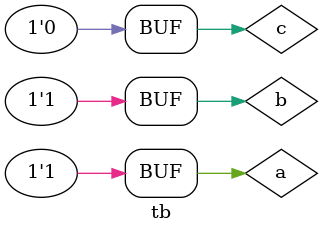
<source format=v>
module ex1(input a,b,c,output [3:0]y);
wire i,j,k,l,n,m,o,p,q,r,s;

//and
nand(i,a,b,c);
nand(y[0],i,i);

//or
nand(j,a,a);
nand(k,b,b);
nand(l,c,c);
nand(y[1],i,k,l);

//xor
nand(n,a,b);
nand(m,a,n);
nand(o,b,n);
nand(s,o,m);
nand(p,s,c);
nand(q,s,p);
nand(r,p,c);
nand(y[2],r,q);

//xnor
nand(y[3],y[2],y[2]);
endmodule

module tb;
reg a,b,c;
wire [3:0]y;
ex1 i1(a,b,c,y);
initial begin
$monitor($time," A=%b B=%b C=%b \n\tAND=%b OR=%b XOR=%b XNOR=%b ",a,b,c,y[0],y[1],y[2],y[3]);
a=1;b=0;c=1;
#10 a=1;b=1;c=1;
#10 a=1;b=1;c=0;
end
endmodule

</source>
